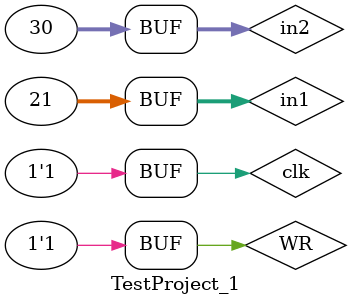
<source format=v>
`timescale 1ns / 1ps

module TestProject_1(
    );
    reg[31:0] in1, in2;//ÊäÈë32Î»²¹Âë±»³ýÊýÓë32Î»²¹Âë³ýÊý
    reg WR, clk;//WR = 0¶ÁÈ¡Êý¾Ý, WR = 1¼ÆËãÊý¾Ý, clk Ê±ÖÓÐÅºÅ
    wire [31:0] result;//ÉÌ
    
    initial begin
        clk = 1'b0;
        #5 clk = 1'b1;//5s
        #5 clk = 1'b0;
        #5 clk = 1'b1;//15s
//        #5 clk = 1'b0;
//        #5 clk = 1'b1;//25s
//        #5 clk = 1'b0;
//        #5 clk = 1'b1;//35s
//        #5 clk = 1'b0;
//        #5 clk = 1'b1;//45s
//        #5 clk = 1'b0;
//        #5 clk = 1'b1;//55s
    end
    
    initial begin
        WR = 1'b0;
        #10 WR = 1'b1;
//        #10 WR = 1'b0;//20s
//        #10 WR = 1'b1;//30s
//        #10 WR = 1'b0;//40s
//        #10 WR = 1'b1;//50s
    end
    
    initial begin
        in1 = 32'b00000000000000000000000000010101;
        in2 = 32'b00000000000000000000000000011110;
//        #20 
//        begin
//            in1 = 32'b01000000000000000000000000000000;
//            in2 = 32'b10101000000000000000000000000000;
//        end
//        #20 
//        begin
//            in1 = 32'b01000000000000000000000000000000;
//            in2 = 32'b10110000000000000000000000000000;
//        end
    end
    
    Project_1 I_Project_1(
        .clk(clk),
        .WR(WR),
        .in1(in1),
        .in2(in2),
        .result(result)
    );
endmodule

</source>
